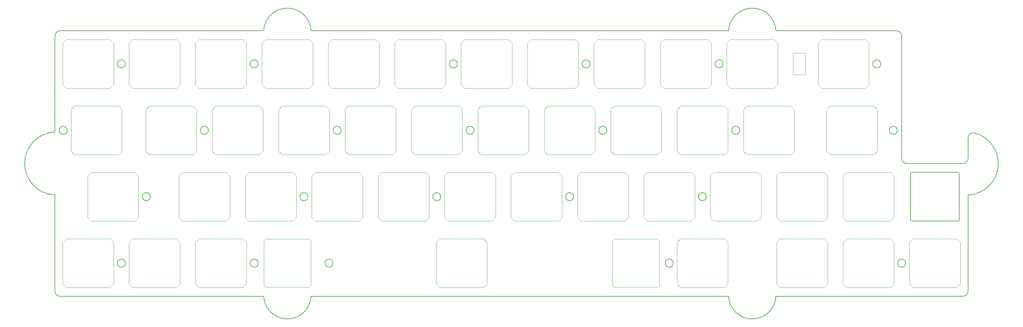
<source format=gbr>
%TF.GenerationSoftware,KiCad,Pcbnew,8.0.8*%
%TF.CreationDate,2025-02-20T20:10:54+01:00*%
%TF.ProjectId,plate 625u OEM,706c6174-6520-4363-9235-75204f454d2e,rev?*%
%TF.SameCoordinates,Original*%
%TF.FileFunction,Profile,NP*%
%FSLAX46Y46*%
G04 Gerber Fmt 4.6, Leading zero omitted, Abs format (unit mm)*
G04 Created by KiCad (PCBNEW 8.0.8) date 2025-02-20 20:10:54*
%MOMM*%
%LPD*%
G01*
G04 APERTURE LIST*
%TA.AperFunction,Profile*%
%ADD10C,0.200000*%
%TD*%
%TA.AperFunction,Profile*%
%ADD11C,0.100000*%
%TD*%
%TA.AperFunction,Profile*%
%ADD12C,0.120000*%
%TD*%
G04 APERTURE END LIST*
D10*
X90050000Y-89693750D02*
G75*
G02*
X87750000Y-89693750I-1150000J0D01*
G01*
X87750000Y-89693750D02*
G75*
G02*
X90050000Y-89693750I1150000J0D01*
G01*
X75762500Y-108743750D02*
G75*
G02*
X73462500Y-108743750I-1150000J0D01*
G01*
X73462500Y-108743750D02*
G75*
G02*
X75762500Y-108743750I1150000J0D01*
G01*
X276375000Y-82693750D02*
G75*
G02*
X276875050Y-83193750I0J-500050D01*
G01*
X210693000Y-42068750D02*
G75*
G02*
X224282000Y-42068750I6794500J-322132D01*
G01*
X20993750Y-70643750D02*
G75*
G02*
X18693750Y-70643750I-1150000J0D01*
G01*
X18693750Y-70643750D02*
G75*
G02*
X20993750Y-70643750I1150000J0D01*
G01*
X213875000Y-70643750D02*
G75*
G02*
X211575000Y-70643750I-1150000J0D01*
G01*
X211575000Y-70643750D02*
G75*
G02*
X213875000Y-70643750I1150000J0D01*
G01*
X258850000Y-42068750D02*
G75*
G02*
X260350050Y-43568750I0J-1500050D01*
G01*
X210693000Y-42068750D02*
X90932000Y-42068750D01*
X261850000Y-80168750D02*
G75*
G02*
X260349950Y-78668750I0J1500050D01*
G01*
X99575000Y-70643750D02*
G75*
G02*
X97275000Y-70643750I-1150000J0D01*
G01*
X97275000Y-70643750D02*
G75*
G02*
X99575000Y-70643750I1150000J0D01*
G01*
X279400000Y-116768750D02*
X279400000Y-89198450D01*
D11*
X229185478Y-48521594D02*
X232777022Y-48521594D01*
X232777022Y-54665906D01*
X229185478Y-54665906D01*
X229185478Y-48521594D01*
D10*
X132912500Y-51593750D02*
G75*
G02*
X130612500Y-51593750I-1150000J0D01*
G01*
X130612500Y-51593750D02*
G75*
G02*
X132912500Y-51593750I1150000J0D01*
G01*
X128150000Y-89693750D02*
G75*
G02*
X125850000Y-89693750I-1150000J0D01*
G01*
X125850000Y-89693750D02*
G75*
G02*
X128150000Y-89693750I1150000J0D01*
G01*
X209112500Y-51593750D02*
G75*
G02*
X206812500Y-51593750I-1150000J0D01*
G01*
X206812500Y-51593750D02*
G75*
G02*
X209112500Y-51593750I1150000J0D01*
G01*
X17462500Y-89198450D02*
X17462500Y-116768750D01*
X224282000Y-118268750D02*
G75*
G02*
X210693000Y-118268750I-6794500J322132D01*
G01*
X260350000Y-78668750D02*
X260350000Y-43568750D01*
X61475000Y-70643750D02*
G75*
G02*
X59175000Y-70643750I-1150000J0D01*
G01*
X59175000Y-70643750D02*
G75*
G02*
X61475000Y-70643750I1150000J0D01*
G01*
X175775000Y-70643750D02*
G75*
G02*
X173475000Y-70643750I-1150000J0D01*
G01*
X173475000Y-70643750D02*
G75*
G02*
X175775000Y-70643750I1150000J0D01*
G01*
X37662500Y-51593750D02*
G75*
G02*
X35362500Y-51593750I-1150000J0D01*
G01*
X35362500Y-51593750D02*
G75*
G02*
X37662500Y-51593750I1150000J0D01*
G01*
X254356250Y-51593750D02*
G75*
G02*
X252056250Y-51593750I-1150000J0D01*
G01*
X252056250Y-51593750D02*
G75*
G02*
X254356250Y-51593750I1150000J0D01*
G01*
X17462500Y-43568750D02*
G75*
G02*
X18962500Y-42068750I1500000J0D01*
G01*
X279400000Y-116768750D02*
G75*
G02*
X277900000Y-118268700I-1500000J50D01*
G01*
X279400000Y-72864821D02*
X279400000Y-78668750D01*
X75762500Y-51593750D02*
G75*
G02*
X73462500Y-51593750I-1150000J0D01*
G01*
X73462500Y-51593750D02*
G75*
G02*
X75762500Y-51593750I1150000J0D01*
G01*
X90932000Y-118268750D02*
X210693000Y-118268750D01*
X279400000Y-72864821D02*
G75*
G02*
X281270026Y-71411156I1500000J21D01*
G01*
X277900000Y-80168750D02*
X261850000Y-80168750D01*
X166250000Y-89693750D02*
G75*
G02*
X163950000Y-89693750I-1150000J0D01*
G01*
X163950000Y-89693750D02*
G75*
G02*
X166250000Y-89693750I1150000J0D01*
G01*
X37662500Y-108743750D02*
G75*
G02*
X35362500Y-108743750I-1150000J0D01*
G01*
X35362500Y-108743750D02*
G75*
G02*
X37662500Y-108743750I1150000J0D01*
G01*
X18962500Y-118268750D02*
X77343000Y-118268750D01*
X263375000Y-96693750D02*
G75*
G02*
X262874950Y-96193750I0J500050D01*
G01*
X281270021Y-71411175D02*
G75*
G02*
X279400000Y-89198450I-2229211J-8757575D01*
G01*
X17462500Y-43568750D02*
X17462500Y-71139050D01*
X77343000Y-42068750D02*
G75*
G02*
X90932000Y-42068750I6794500J-322132D01*
G01*
X276875000Y-96193750D02*
X276875000Y-83193750D01*
X90932000Y-118268750D02*
G75*
G02*
X77343000Y-118268750I-6794500J322132D01*
G01*
X262875000Y-83193750D02*
G75*
G02*
X263375000Y-82693800I500000J-50D01*
G01*
X276375000Y-82693750D02*
X263375000Y-82693750D01*
X262875000Y-83193750D02*
X262875000Y-96193750D01*
X171012500Y-51593750D02*
G75*
G02*
X168712500Y-51593750I-1150000J0D01*
G01*
X168712500Y-51593750D02*
G75*
G02*
X171012500Y-51593750I1150000J0D01*
G01*
X194825000Y-108743750D02*
G75*
G02*
X192525000Y-108743750I-1150000J0D01*
G01*
X192525000Y-108743750D02*
G75*
G02*
X194825000Y-108743750I1150000J0D01*
G01*
X259118750Y-70643750D02*
G75*
G02*
X256818750Y-70643750I-1150000J0D01*
G01*
X256818750Y-70643750D02*
G75*
G02*
X259118750Y-70643750I1150000J0D01*
G01*
X97193750Y-108743750D02*
G75*
G02*
X94893750Y-108743750I-1150000J0D01*
G01*
X94893750Y-108743750D02*
G75*
G02*
X97193750Y-108743750I1150000J0D01*
G01*
X77343000Y-42068750D02*
X18962500Y-42068750D01*
X261500000Y-108743750D02*
G75*
G02*
X259200000Y-108743750I-1150000J0D01*
G01*
X259200000Y-108743750D02*
G75*
G02*
X261500000Y-108743750I1150000J0D01*
G01*
X224282000Y-118268750D02*
X277900000Y-118268750D01*
X276875000Y-96193750D02*
G75*
G02*
X276375000Y-96693700I-500000J50D01*
G01*
X17462500Y-89198450D02*
G75*
G02*
X17462500Y-71139050I359190J9029700D01*
G01*
X18962500Y-118268750D02*
G75*
G02*
X17462450Y-116768750I0J1500050D01*
G01*
X279400000Y-78668750D02*
G75*
G02*
X277900000Y-80168700I-1500000J50D01*
G01*
X44806250Y-89693750D02*
G75*
G02*
X42506250Y-89693750I-1150000J0D01*
G01*
X42506250Y-89693750D02*
G75*
G02*
X44806250Y-89693750I1150000J0D01*
G01*
X258850000Y-42068750D02*
X224282000Y-42068750D01*
X137675000Y-70643750D02*
G75*
G02*
X135375000Y-70643750I-1150000J0D01*
G01*
X135375000Y-70643750D02*
G75*
G02*
X137675000Y-70643750I1150000J0D01*
G01*
X204350000Y-89693750D02*
G75*
G02*
X202050000Y-89693750I-1150000J0D01*
G01*
X202050000Y-89693750D02*
G75*
G02*
X204350000Y-89693750I1150000J0D01*
G01*
X263375000Y-96693750D02*
X276375000Y-96693750D01*
D12*
%TO.C,REF\u002A\u002A*%
X236381250Y-45593750D02*
X236381250Y-57593750D01*
X236381250Y-57593750D02*
X237381250Y-58593750D01*
X237381250Y-44593750D02*
X236381250Y-45593750D01*
X237381250Y-58593750D02*
X249981250Y-58593750D01*
X249981250Y-44593750D02*
X237381250Y-44593750D01*
X249981250Y-44593750D02*
X250981250Y-45593750D01*
X249981250Y-58593750D02*
X250981250Y-57593750D01*
X250981250Y-57593750D02*
X250981250Y-45593750D01*
X81600000Y-64643750D02*
X81600000Y-76643750D01*
X81600000Y-76643750D02*
X82600000Y-77643750D01*
X82600000Y-63643750D02*
X81600000Y-64643750D01*
X82600000Y-77643750D02*
X95200000Y-77643750D01*
X95200000Y-63643750D02*
X82600000Y-63643750D01*
X95200000Y-63643750D02*
X96200000Y-64643750D01*
X95200000Y-77643750D02*
X96200000Y-76643750D01*
X96200000Y-76643750D02*
X96200000Y-64643750D01*
X157800000Y-64643750D02*
X157800000Y-76643750D01*
X157800000Y-76643750D02*
X158800000Y-77643750D01*
X158800000Y-63643750D02*
X157800000Y-64643750D01*
X158800000Y-77643750D02*
X171400000Y-77643750D01*
X171400000Y-63643750D02*
X158800000Y-63643750D01*
X171400000Y-63643750D02*
X172400000Y-64643750D01*
X171400000Y-77643750D02*
X172400000Y-76643750D01*
X172400000Y-76643750D02*
X172400000Y-64643750D01*
X22068750Y-64643750D02*
X22068750Y-76643750D01*
X22068750Y-76643750D02*
X23068750Y-77643750D01*
X23068750Y-63643750D02*
X22068750Y-64643750D01*
X23068750Y-77643750D02*
X35668750Y-77643750D01*
X35668750Y-63643750D02*
X23068750Y-63643750D01*
X35668750Y-63643750D02*
X36668750Y-64643750D01*
X35668750Y-77643750D02*
X36668750Y-76643750D01*
X36668750Y-76643750D02*
X36668750Y-64643750D01*
X38737500Y-45593750D02*
X38737500Y-57593750D01*
X38737500Y-57593750D02*
X39737500Y-58593750D01*
X39737500Y-44593750D02*
X38737500Y-45593750D01*
X39737500Y-58593750D02*
X52337500Y-58593750D01*
X52337500Y-44593750D02*
X39737500Y-44593750D01*
X52337500Y-44593750D02*
X53337500Y-45593750D01*
X52337500Y-58593750D02*
X53337500Y-57593750D01*
X53337500Y-57593750D02*
X53337500Y-45593750D01*
X205425000Y-83693750D02*
X205425000Y-95693750D01*
X205425000Y-95693750D02*
X206425000Y-96693750D01*
X206425000Y-82693750D02*
X205425000Y-83693750D01*
X206425000Y-96693750D02*
X219025000Y-96693750D01*
X219025000Y-82693750D02*
X206425000Y-82693750D01*
X219025000Y-82693750D02*
X220025000Y-83693750D01*
X219025000Y-96693750D02*
X220025000Y-95693750D01*
X220025000Y-95693750D02*
X220025000Y-83693750D01*
X138750000Y-64643750D02*
X138750000Y-76643750D01*
X138750000Y-76643750D02*
X139750000Y-77643750D01*
X139750000Y-63643750D02*
X138750000Y-64643750D01*
X139750000Y-77643750D02*
X152350000Y-77643750D01*
X152350000Y-63643750D02*
X139750000Y-63643750D01*
X152350000Y-63643750D02*
X153350000Y-64643750D01*
X152350000Y-77643750D02*
X153350000Y-76643750D01*
X153350000Y-76643750D02*
X153350000Y-64643750D01*
X210187500Y-45593750D02*
X210187500Y-57593750D01*
X210187500Y-57593750D02*
X211187500Y-58593750D01*
X211187500Y-44593750D02*
X210187500Y-45593750D01*
X211187500Y-58593750D02*
X223787500Y-58593750D01*
X223787500Y-44593750D02*
X211187500Y-44593750D01*
X223787500Y-44593750D02*
X224787500Y-45593750D01*
X223787500Y-58593750D02*
X224787500Y-57593750D01*
X224787500Y-57593750D02*
X224787500Y-45593750D01*
X38737500Y-102743750D02*
X38737500Y-114743750D01*
X38737500Y-114743750D02*
X39737500Y-115743750D01*
X39737500Y-101743750D02*
X38737500Y-102743750D01*
X39737500Y-115743750D02*
X52337500Y-115743750D01*
X52337500Y-101743750D02*
X39737500Y-101743750D01*
X52337500Y-101743750D02*
X53337500Y-102743750D01*
X52337500Y-115743750D02*
X53337500Y-114743750D01*
X53337500Y-114743750D02*
X53337500Y-102743750D01*
X119700000Y-64643750D02*
X119700000Y-76643750D01*
X119700000Y-76643750D02*
X120700000Y-77643750D01*
X120700000Y-63643750D02*
X119700000Y-64643750D01*
X120700000Y-77643750D02*
X133300000Y-77643750D01*
X133300000Y-63643750D02*
X120700000Y-63643750D01*
X133300000Y-63643750D02*
X134300000Y-64643750D01*
X133300000Y-77643750D02*
X134300000Y-76643750D01*
X134300000Y-76643750D02*
X134300000Y-64643750D01*
X167325000Y-83693750D02*
X167325000Y-95693750D01*
X167325000Y-95693750D02*
X168325000Y-96693750D01*
X168325000Y-82693750D02*
X167325000Y-83693750D01*
X168325000Y-96693750D02*
X180925000Y-96693750D01*
X180925000Y-82693750D02*
X168325000Y-82693750D01*
X180925000Y-82693750D02*
X181925000Y-83693750D01*
X180925000Y-96693750D02*
X181925000Y-95693750D01*
X181925000Y-95693750D02*
X181925000Y-83693750D01*
X224475000Y-83693750D02*
X224475000Y-95693750D01*
X224475000Y-95693750D02*
X225475000Y-96693750D01*
X225475000Y-82693750D02*
X224475000Y-83693750D01*
X225475000Y-96693750D02*
X238075000Y-96693750D01*
X238075000Y-82693750D02*
X225475000Y-82693750D01*
X238075000Y-82693750D02*
X239075000Y-83693750D01*
X238075000Y-96693750D02*
X239075000Y-95693750D01*
X239075000Y-95693750D02*
X239075000Y-83693750D01*
X195900000Y-102743750D02*
X195900000Y-114743750D01*
X195900000Y-114743750D02*
X196900000Y-115743750D01*
X196900000Y-101743750D02*
X195900000Y-102743750D01*
X196900000Y-115743750D02*
X209500000Y-115743750D01*
X209500000Y-101743750D02*
X196900000Y-101743750D01*
X209500000Y-101743750D02*
X210500000Y-102743750D01*
X209500000Y-115743750D02*
X210500000Y-114743750D01*
X210500000Y-114743750D02*
X210500000Y-102743750D01*
X19687500Y-102743750D02*
X19687500Y-114743750D01*
X19687500Y-114743750D02*
X20687500Y-115743750D01*
X20687500Y-101743750D02*
X19687500Y-102743750D01*
X20687500Y-115743750D02*
X33287500Y-115743750D01*
X33287500Y-101743750D02*
X20687500Y-101743750D01*
X33287500Y-101743750D02*
X34287500Y-102743750D01*
X33287500Y-115743750D02*
X34287500Y-114743750D01*
X34287500Y-114743750D02*
X34287500Y-102743750D01*
X243525000Y-102743750D02*
X243525000Y-114743750D01*
X243525000Y-114743750D02*
X244525000Y-115743750D01*
X244525000Y-101743750D02*
X243525000Y-102743750D01*
X244525000Y-115743750D02*
X257125000Y-115743750D01*
X257125000Y-101743750D02*
X244525000Y-101743750D01*
X257125000Y-101743750D02*
X258125000Y-102743750D01*
X257125000Y-115743750D02*
X258125000Y-114743750D01*
X258125000Y-114743750D02*
X258125000Y-102743750D01*
X186375000Y-83693750D02*
X186375000Y-95693750D01*
X186375000Y-95693750D02*
X187375000Y-96693750D01*
X187375000Y-82693750D02*
X186375000Y-83693750D01*
X187375000Y-96693750D02*
X199975000Y-96693750D01*
X199975000Y-82693750D02*
X187375000Y-82693750D01*
X199975000Y-82693750D02*
X200975000Y-83693750D01*
X199975000Y-96693750D02*
X200975000Y-95693750D01*
X200975000Y-95693750D02*
X200975000Y-83693750D01*
X57787500Y-45593750D02*
X57787500Y-57593750D01*
X57787500Y-57593750D02*
X58787500Y-58593750D01*
X58787500Y-44593750D02*
X57787500Y-45593750D01*
X58787500Y-58593750D02*
X71387500Y-58593750D01*
X71387500Y-44593750D02*
X58787500Y-44593750D01*
X71387500Y-44593750D02*
X72387500Y-45593750D01*
X71387500Y-58593750D02*
X72387500Y-57593750D01*
X72387500Y-57593750D02*
X72387500Y-45593750D01*
X172087500Y-45593750D02*
X172087500Y-57593750D01*
X172087500Y-57593750D02*
X173087500Y-58593750D01*
X173087500Y-44593750D02*
X172087500Y-45593750D01*
X173087500Y-58593750D02*
X185687500Y-58593750D01*
X185687500Y-44593750D02*
X173087500Y-44593750D01*
X185687500Y-44593750D02*
X186687500Y-45593750D01*
X185687500Y-58593750D02*
X186687500Y-57593750D01*
X186687500Y-57593750D02*
X186687500Y-45593750D01*
X214950000Y-64643750D02*
X214950000Y-76643750D01*
X214950000Y-76643750D02*
X215950000Y-77643750D01*
X215950000Y-63643750D02*
X214950000Y-64643750D01*
X215950000Y-77643750D02*
X228550000Y-77643750D01*
X228550000Y-63643750D02*
X215950000Y-63643750D01*
X228550000Y-63643750D02*
X229550000Y-64643750D01*
X228550000Y-77643750D02*
X229550000Y-76643750D01*
X229550000Y-76643750D02*
X229550000Y-64643750D01*
X26831250Y-83693750D02*
X26831250Y-95693750D01*
X26831250Y-95693750D02*
X27831250Y-96693750D01*
X27831250Y-82693750D02*
X26831250Y-83693750D01*
X27831250Y-96693750D02*
X40431250Y-96693750D01*
X40431250Y-82693750D02*
X27831250Y-82693750D01*
X40431250Y-82693750D02*
X41431250Y-83693750D01*
X40431250Y-96693750D02*
X41431250Y-95693750D01*
X41431250Y-95693750D02*
X41431250Y-83693750D01*
X191137500Y-45593750D02*
X191137500Y-57593750D01*
X191137500Y-57593750D02*
X192137500Y-58593750D01*
X192137500Y-44593750D02*
X191137500Y-45593750D01*
X192137500Y-58593750D02*
X204737500Y-58593750D01*
X204737500Y-44593750D02*
X192137500Y-44593750D01*
X204737500Y-44593750D02*
X205737500Y-45593750D01*
X204737500Y-58593750D02*
X205737500Y-57593750D01*
X205737500Y-57593750D02*
X205737500Y-45593750D01*
X19687500Y-45593750D02*
X19687500Y-57593750D01*
X19687500Y-57593750D02*
X20687500Y-58593750D01*
X20687500Y-44593750D02*
X19687500Y-45593750D01*
X20687500Y-58593750D02*
X33287500Y-58593750D01*
X33287500Y-44593750D02*
X20687500Y-44593750D01*
X33287500Y-44593750D02*
X34287500Y-45593750D01*
X33287500Y-58593750D02*
X34287500Y-57593750D01*
X34287500Y-57593750D02*
X34287500Y-45593750D01*
X77406250Y-102380250D02*
X77406250Y-115107250D01*
X77406250Y-115107250D02*
X77913250Y-115614250D01*
X77913250Y-101873250D02*
X77406250Y-102380250D01*
X77913250Y-115614250D02*
X90361250Y-115614250D01*
X90361250Y-101873250D02*
X77913250Y-101873250D01*
X90361250Y-115614250D02*
X90868250Y-115107250D01*
X90868250Y-102380250D02*
X90361250Y-101873250D01*
X90868250Y-115107250D02*
X90868250Y-102380250D01*
X177419250Y-102380250D02*
X177419250Y-115107250D01*
X177419250Y-102380250D02*
X177919250Y-101873250D01*
X177419250Y-115107250D02*
X177926250Y-115614250D01*
X177919250Y-101873250D02*
X190381250Y-101873250D01*
X177926250Y-115614250D02*
X190374250Y-115614250D01*
X190374250Y-115614250D02*
X190881250Y-115107250D01*
X190381250Y-101873250D02*
X190881250Y-102380250D01*
X190881250Y-115107250D02*
X190881250Y-102380250D01*
X43500000Y-64643750D02*
X43500000Y-76643750D01*
X43500000Y-76643750D02*
X44500000Y-77643750D01*
X44500000Y-63643750D02*
X43500000Y-64643750D01*
X44500000Y-77643750D02*
X57100000Y-77643750D01*
X57100000Y-63643750D02*
X44500000Y-63643750D01*
X57100000Y-63643750D02*
X58100000Y-64643750D01*
X57100000Y-77643750D02*
X58100000Y-76643750D01*
X58100000Y-76643750D02*
X58100000Y-64643750D01*
X126843750Y-102743750D02*
X126843750Y-114743750D01*
X126843750Y-114743750D02*
X127843750Y-115743750D01*
X127843750Y-101743750D02*
X126843750Y-102743750D01*
X127843750Y-115743750D02*
X140443750Y-115743750D01*
X140443750Y-101743750D02*
X127843750Y-101743750D01*
X140443750Y-101743750D02*
X141443750Y-102743750D01*
X140443750Y-115743750D02*
X141443750Y-114743750D01*
X141443750Y-114743750D02*
X141443750Y-102743750D01*
X262575000Y-102743750D02*
X262575000Y-114743750D01*
X262575000Y-114743750D02*
X263575000Y-115743750D01*
X263575000Y-101743750D02*
X262575000Y-102743750D01*
X263575000Y-115743750D02*
X276175000Y-115743750D01*
X276175000Y-101743750D02*
X263575000Y-101743750D01*
X276175000Y-101743750D02*
X277175000Y-102743750D01*
X276175000Y-115743750D02*
X277175000Y-114743750D01*
X277175000Y-114743750D02*
X277175000Y-102743750D01*
X243525000Y-83693750D02*
X243525000Y-95693750D01*
X243525000Y-95693750D02*
X244525000Y-96693750D01*
X244525000Y-82693750D02*
X243525000Y-83693750D01*
X244525000Y-96693750D02*
X257125000Y-96693750D01*
X257125000Y-82693750D02*
X244525000Y-82693750D01*
X257125000Y-82693750D02*
X258125000Y-83693750D01*
X257125000Y-96693750D02*
X258125000Y-95693750D01*
X258125000Y-95693750D02*
X258125000Y-83693750D01*
X57787500Y-102743750D02*
X57787500Y-114743750D01*
X57787500Y-114743750D02*
X58787500Y-115743750D01*
X58787500Y-101743750D02*
X57787500Y-102743750D01*
X58787500Y-115743750D02*
X71387500Y-115743750D01*
X71387500Y-101743750D02*
X58787500Y-101743750D01*
X71387500Y-101743750D02*
X72387500Y-102743750D01*
X71387500Y-115743750D02*
X72387500Y-114743750D01*
X72387500Y-114743750D02*
X72387500Y-102743750D01*
X62550000Y-64643750D02*
X62550000Y-76643750D01*
X62550000Y-76643750D02*
X63550000Y-77643750D01*
X63550000Y-63643750D02*
X62550000Y-64643750D01*
X63550000Y-77643750D02*
X76150000Y-77643750D01*
X76150000Y-63643750D02*
X63550000Y-63643750D01*
X76150000Y-63643750D02*
X77150000Y-64643750D01*
X76150000Y-77643750D02*
X77150000Y-76643750D01*
X77150000Y-76643750D02*
X77150000Y-64643750D01*
X153037500Y-45593750D02*
X153037500Y-57593750D01*
X153037500Y-57593750D02*
X154037500Y-58593750D01*
X154037500Y-44593750D02*
X153037500Y-45593750D01*
X154037500Y-58593750D02*
X166637500Y-58593750D01*
X166637500Y-44593750D02*
X154037500Y-44593750D01*
X166637500Y-44593750D02*
X167637500Y-45593750D01*
X166637500Y-58593750D02*
X167637500Y-57593750D01*
X167637500Y-57593750D02*
X167637500Y-45593750D01*
X148275000Y-83693750D02*
X148275000Y-95693750D01*
X148275000Y-95693750D02*
X149275000Y-96693750D01*
X149275000Y-82693750D02*
X148275000Y-83693750D01*
X149275000Y-96693750D02*
X161875000Y-96693750D01*
X161875000Y-82693750D02*
X149275000Y-82693750D01*
X161875000Y-82693750D02*
X162875000Y-83693750D01*
X161875000Y-96693750D02*
X162875000Y-95693750D01*
X162875000Y-95693750D02*
X162875000Y-83693750D01*
X133987500Y-45593750D02*
X133987500Y-57593750D01*
X133987500Y-57593750D02*
X134987500Y-58593750D01*
X134987500Y-44593750D02*
X133987500Y-45593750D01*
X134987500Y-58593750D02*
X147587500Y-58593750D01*
X147587500Y-44593750D02*
X134987500Y-44593750D01*
X147587500Y-44593750D02*
X148587500Y-45593750D01*
X147587500Y-58593750D02*
X148587500Y-57593750D01*
X148587500Y-57593750D02*
X148587500Y-45593750D01*
X238762500Y-64643750D02*
X238762500Y-76643750D01*
X238762500Y-76643750D02*
X239762500Y-77643750D01*
X239762500Y-63643750D02*
X238762500Y-64643750D01*
X239762500Y-77643750D02*
X252362500Y-77643750D01*
X252362500Y-63643750D02*
X239762500Y-63643750D01*
X252362500Y-63643750D02*
X253362500Y-64643750D01*
X252362500Y-77643750D02*
X253362500Y-76643750D01*
X253362500Y-76643750D02*
X253362500Y-64643750D01*
X100650000Y-64643750D02*
X100650000Y-76643750D01*
X100650000Y-76643750D02*
X101650000Y-77643750D01*
X101650000Y-63643750D02*
X100650000Y-64643750D01*
X101650000Y-77643750D02*
X114250000Y-77643750D01*
X114250000Y-63643750D02*
X101650000Y-63643750D01*
X114250000Y-63643750D02*
X115250000Y-64643750D01*
X114250000Y-77643750D02*
X115250000Y-76643750D01*
X115250000Y-76643750D02*
X115250000Y-64643750D01*
X110175000Y-83693750D02*
X110175000Y-95693750D01*
X110175000Y-95693750D02*
X111175000Y-96693750D01*
X111175000Y-82693750D02*
X110175000Y-83693750D01*
X111175000Y-96693750D02*
X123775000Y-96693750D01*
X123775000Y-82693750D02*
X111175000Y-82693750D01*
X123775000Y-82693750D02*
X124775000Y-83693750D01*
X123775000Y-96693750D02*
X124775000Y-95693750D01*
X124775000Y-95693750D02*
X124775000Y-83693750D01*
X114937500Y-45593750D02*
X114937500Y-57593750D01*
X114937500Y-57593750D02*
X115937500Y-58593750D01*
X115937500Y-44593750D02*
X114937500Y-45593750D01*
X115937500Y-58593750D02*
X128537500Y-58593750D01*
X128537500Y-44593750D02*
X115937500Y-44593750D01*
X128537500Y-44593750D02*
X129537500Y-45593750D01*
X128537500Y-58593750D02*
X129537500Y-57593750D01*
X129537500Y-57593750D02*
X129537500Y-45593750D01*
X91125000Y-83693750D02*
X91125000Y-95693750D01*
X91125000Y-95693750D02*
X92125000Y-96693750D01*
X92125000Y-82693750D02*
X91125000Y-83693750D01*
X92125000Y-96693750D02*
X104725000Y-96693750D01*
X104725000Y-82693750D02*
X92125000Y-82693750D01*
X104725000Y-82693750D02*
X105725000Y-83693750D01*
X104725000Y-96693750D02*
X105725000Y-95693750D01*
X105725000Y-95693750D02*
X105725000Y-83693750D01*
X72075000Y-83693750D02*
X72075000Y-95693750D01*
X72075000Y-95693750D02*
X73075000Y-96693750D01*
X73075000Y-82693750D02*
X72075000Y-83693750D01*
X73075000Y-96693750D02*
X85675000Y-96693750D01*
X85675000Y-82693750D02*
X73075000Y-82693750D01*
X85675000Y-82693750D02*
X86675000Y-83693750D01*
X85675000Y-96693750D02*
X86675000Y-95693750D01*
X86675000Y-95693750D02*
X86675000Y-83693750D01*
X53025000Y-83693750D02*
X53025000Y-95693750D01*
X53025000Y-95693750D02*
X54025000Y-96693750D01*
X54025000Y-82693750D02*
X53025000Y-83693750D01*
X54025000Y-96693750D02*
X66625000Y-96693750D01*
X66625000Y-82693750D02*
X54025000Y-82693750D01*
X66625000Y-82693750D02*
X67625000Y-83693750D01*
X66625000Y-96693750D02*
X67625000Y-95693750D01*
X67625000Y-95693750D02*
X67625000Y-83693750D01*
X76837500Y-45593750D02*
X76837500Y-57593750D01*
X76837500Y-57593750D02*
X77837500Y-58593750D01*
X77837500Y-44593750D02*
X76837500Y-45593750D01*
X77837500Y-58593750D02*
X90437500Y-58593750D01*
X90437500Y-44593750D02*
X77837500Y-44593750D01*
X90437500Y-44593750D02*
X91437500Y-45593750D01*
X90437500Y-58593750D02*
X91437500Y-57593750D01*
X91437500Y-57593750D02*
X91437500Y-45593750D01*
X195900000Y-64643750D02*
X195900000Y-76643750D01*
X195900000Y-76643750D02*
X196900000Y-77643750D01*
X196900000Y-63643750D02*
X195900000Y-64643750D01*
X196900000Y-77643750D02*
X209500000Y-77643750D01*
X209500000Y-63643750D02*
X196900000Y-63643750D01*
X209500000Y-63643750D02*
X210500000Y-64643750D01*
X209500000Y-77643750D02*
X210500000Y-76643750D01*
X210500000Y-76643750D02*
X210500000Y-64643750D01*
X224475000Y-102743750D02*
X224475000Y-114743750D01*
X224475000Y-114743750D02*
X225475000Y-115743750D01*
X225475000Y-101743750D02*
X224475000Y-102743750D01*
X225475000Y-115743750D02*
X238075000Y-115743750D01*
X238075000Y-101743750D02*
X225475000Y-101743750D01*
X238075000Y-101743750D02*
X239075000Y-102743750D01*
X238075000Y-115743750D02*
X239075000Y-114743750D01*
X239075000Y-114743750D02*
X239075000Y-102743750D01*
X95887500Y-45593750D02*
X95887500Y-57593750D01*
X95887500Y-57593750D02*
X96887500Y-58593750D01*
X96887500Y-44593750D02*
X95887500Y-45593750D01*
X96887500Y-58593750D02*
X109487500Y-58593750D01*
X109487500Y-44593750D02*
X96887500Y-44593750D01*
X109487500Y-44593750D02*
X110487500Y-45593750D01*
X109487500Y-58593750D02*
X110487500Y-57593750D01*
X110487500Y-57593750D02*
X110487500Y-45593750D01*
X176850000Y-64643750D02*
X176850000Y-76643750D01*
X176850000Y-76643750D02*
X177850000Y-77643750D01*
X177850000Y-63643750D02*
X176850000Y-64643750D01*
X177850000Y-77643750D02*
X190450000Y-77643750D01*
X190450000Y-63643750D02*
X177850000Y-63643750D01*
X190450000Y-63643750D02*
X191450000Y-64643750D01*
X190450000Y-77643750D02*
X191450000Y-76643750D01*
X191450000Y-76643750D02*
X191450000Y-64643750D01*
X129225000Y-83693750D02*
X129225000Y-95693750D01*
X129225000Y-95693750D02*
X130225000Y-96693750D01*
X130225000Y-82693750D02*
X129225000Y-83693750D01*
X130225000Y-96693750D02*
X142825000Y-96693750D01*
X142825000Y-82693750D02*
X130225000Y-82693750D01*
X142825000Y-82693750D02*
X143825000Y-83693750D01*
X142825000Y-96693750D02*
X143825000Y-95693750D01*
X143825000Y-95693750D02*
X143825000Y-83693750D01*
%TD*%
M02*

</source>
